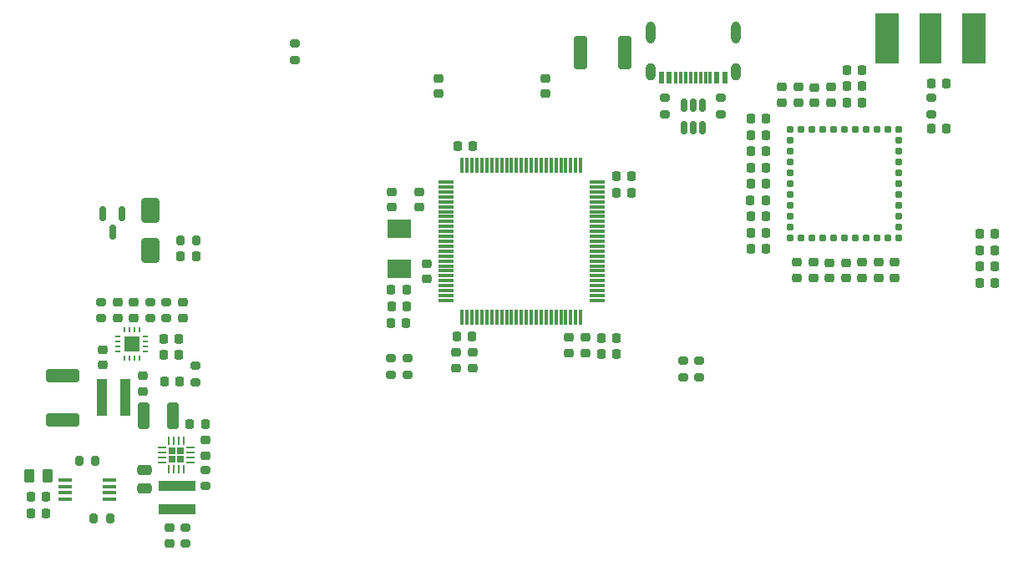
<source format=gbr>
%TF.GenerationSoftware,KiCad,Pcbnew,8.0.7*%
%TF.CreationDate,2025-03-30T10:37:29-04:00*%
%TF.ProjectId,RC-Car-Controller,52432d43-6172-42d4-936f-6e74726f6c6c,rev?*%
%TF.SameCoordinates,Original*%
%TF.FileFunction,Paste,Top*%
%TF.FilePolarity,Positive*%
%FSLAX46Y46*%
G04 Gerber Fmt 4.6, Leading zero omitted, Abs format (unit mm)*
G04 Created by KiCad (PCBNEW 8.0.7) date 2025-03-30 10:37:29*
%MOMM*%
%LPD*%
G01*
G04 APERTURE LIST*
G04 Aperture macros list*
%AMRoundRect*
0 Rectangle with rounded corners*
0 $1 Rounding radius*
0 $2 $3 $4 $5 $6 $7 $8 $9 X,Y pos of 4 corners*
0 Add a 4 corners polygon primitive as box body*
4,1,4,$2,$3,$4,$5,$6,$7,$8,$9,$2,$3,0*
0 Add four circle primitives for the rounded corners*
1,1,$1+$1,$2,$3*
1,1,$1+$1,$4,$5*
1,1,$1+$1,$6,$7*
1,1,$1+$1,$8,$9*
0 Add four rect primitives between the rounded corners*
20,1,$1+$1,$2,$3,$4,$5,0*
20,1,$1+$1,$4,$5,$6,$7,0*
20,1,$1+$1,$6,$7,$8,$9,0*
20,1,$1+$1,$8,$9,$2,$3,0*%
G04 Aperture macros list end*
%ADD10C,0.000000*%
%ADD11RoundRect,0.225000X0.225000X0.250000X-0.225000X0.250000X-0.225000X-0.250000X0.225000X-0.250000X0*%
%ADD12RoundRect,0.200000X0.275000X-0.200000X0.275000X0.200000X-0.275000X0.200000X-0.275000X-0.200000X0*%
%ADD13RoundRect,0.200000X-0.275000X0.200000X-0.275000X-0.200000X0.275000X-0.200000X0.275000X0.200000X0*%
%ADD14R,1.384300X0.457200*%
%ADD15RoundRect,0.225000X0.250000X-0.225000X0.250000X0.225000X-0.250000X0.225000X-0.250000X-0.225000X0*%
%ADD16RoundRect,0.225000X-0.225000X-0.250000X0.225000X-0.250000X0.225000X0.250000X-0.225000X0.250000X0*%
%ADD17RoundRect,0.218750X-0.256250X0.218750X-0.256250X-0.218750X0.256250X-0.218750X0.256250X0.218750X0*%
%ADD18RoundRect,0.075000X-0.725000X-0.075000X0.725000X-0.075000X0.725000X0.075000X-0.725000X0.075000X0*%
%ADD19RoundRect,0.075000X-0.075000X-0.725000X0.075000X-0.725000X0.075000X0.725000X-0.075000X0.725000X0*%
%ADD20RoundRect,0.250000X-0.400000X-1.450000X0.400000X-1.450000X0.400000X1.450000X-0.400000X1.450000X0*%
%ADD21R,0.599999X0.240000*%
%ADD22R,0.240000X0.599999*%
%ADD23RoundRect,0.250000X-0.475000X0.250000X-0.475000X-0.250000X0.475000X-0.250000X0.475000X0.250000X0*%
%ADD24RoundRect,0.200000X-0.200000X-0.275000X0.200000X-0.275000X0.200000X0.275000X-0.200000X0.275000X0*%
%ADD25RoundRect,0.225000X-0.250000X0.225000X-0.250000X-0.225000X0.250000X-0.225000X0.250000X0.225000X0*%
%ADD26RoundRect,0.150000X-0.150000X0.512500X-0.150000X-0.512500X0.150000X-0.512500X0.150000X0.512500X0*%
%ADD27RoundRect,0.150000X-0.150000X0.587500X-0.150000X-0.587500X0.150000X-0.587500X0.150000X0.587500X0*%
%ADD28RoundRect,0.182500X0.182500X-0.182500X0.182500X0.182500X-0.182500X0.182500X-0.182500X-0.182500X0*%
%ADD29RoundRect,0.062500X0.062500X-0.350000X0.062500X0.350000X-0.062500X0.350000X-0.062500X-0.350000X0*%
%ADD30RoundRect,0.062500X0.350000X-0.062500X0.350000X0.062500X-0.350000X0.062500X-0.350000X-0.062500X0*%
%ADD31RoundRect,0.175000X-0.175000X0.175000X-0.175000X-0.175000X0.175000X-0.175000X0.175000X0.175000X0*%
%ADD32RoundRect,0.175000X0.175000X0.175000X-0.175000X0.175000X-0.175000X-0.175000X0.175000X-0.175000X0*%
%ADD33RoundRect,0.175000X-0.175000X-0.175000X0.175000X-0.175000X0.175000X0.175000X-0.175000X0.175000X0*%
%ADD34RoundRect,0.175000X0.175000X-0.175000X0.175000X0.175000X-0.175000X0.175000X-0.175000X-0.175000X0*%
%ADD35R,2.290000X5.080000*%
%ADD36R,2.420000X5.080000*%
%ADD37RoundRect,0.250000X1.450000X-0.400000X1.450000X0.400000X-1.450000X0.400000X-1.450000X-0.400000X0*%
%ADD38R,0.980000X3.700000*%
%ADD39RoundRect,0.218750X0.218750X0.256250X-0.218750X0.256250X-0.218750X-0.256250X0.218750X-0.256250X0*%
%ADD40R,3.700000X0.980000*%
%ADD41RoundRect,0.250000X0.262500X0.450000X-0.262500X0.450000X-0.262500X-0.450000X0.262500X-0.450000X0*%
%ADD42R,2.400000X1.900000*%
%ADD43RoundRect,0.250000X-0.325000X-1.100000X0.325000X-1.100000X0.325000X1.100000X-0.325000X1.100000X0*%
%ADD44RoundRect,0.200000X0.200000X0.275000X-0.200000X0.275000X-0.200000X-0.275000X0.200000X-0.275000X0*%
%ADD45RoundRect,0.250000X0.650000X-1.000000X0.650000X1.000000X-0.650000X1.000000X-0.650000X-1.000000X0*%
%ADD46O,0.990600X2.209800*%
%ADD47O,0.990600X1.803400*%
%ADD48R,0.609600X1.143000*%
%ADD49R,0.304800X1.143000*%
G04 APERTURE END LIST*
D10*
%TO.C,U2*%
G36*
X111354573Y-75679894D02*
G01*
X111363298Y-75682541D01*
X111371337Y-75686836D01*
X111378383Y-75692619D01*
X111384167Y-75699665D01*
X111388462Y-75707704D01*
X111391109Y-75716429D01*
X111392003Y-75725500D01*
X111392003Y-77182499D01*
X111391109Y-77191570D01*
X111388462Y-77200295D01*
X111384167Y-77208334D01*
X111378383Y-77215380D01*
X111371337Y-77221163D01*
X111363298Y-77225458D01*
X111354573Y-77228105D01*
X111345503Y-77228999D01*
X109888503Y-77228999D01*
X109879433Y-77228105D01*
X109870708Y-77225458D01*
X109862669Y-77221163D01*
X109855623Y-77215380D01*
X109849839Y-77208334D01*
X109845544Y-77200295D01*
X109842897Y-77191570D01*
X109842003Y-77182499D01*
X109842003Y-75725500D01*
X109842897Y-75716429D01*
X109845544Y-75707704D01*
X109849839Y-75699665D01*
X109855623Y-75692619D01*
X109862669Y-75686836D01*
X109870708Y-75682541D01*
X109879433Y-75679894D01*
X109888503Y-75679000D01*
X111345503Y-75679000D01*
X111354573Y-75679894D01*
G37*
%TD*%
D11*
%TO.C,C22*%
X145107226Y-75691602D03*
X143557226Y-75691602D03*
%TD*%
D12*
%TO.C,R19*%
X136906000Y-79565000D03*
X136906000Y-77915000D03*
%TD*%
D13*
%TO.C,R9*%
X107524002Y-72200000D03*
X107524002Y-73850000D03*
%TD*%
D14*
%TO.C,U4*%
X108350550Y-92192499D03*
X108350550Y-91542501D03*
X108350550Y-90892499D03*
X108350550Y-90242501D03*
X103867450Y-90242501D03*
X103867450Y-90892499D03*
X103867450Y-91542501D03*
X103867450Y-92192499D03*
%TD*%
D15*
%TO.C,R10*%
X109175002Y-73800000D03*
X109175002Y-72250000D03*
%TD*%
D16*
%TO.C,C18*%
X143624000Y-56388000D03*
X145174000Y-56388000D03*
%TD*%
D17*
%TO.C,D4*%
X115779002Y-72237500D03*
X115779002Y-73812500D03*
%TD*%
D11*
%TO.C,R35*%
X198133000Y-70231000D03*
X196583000Y-70231000D03*
%TD*%
D16*
%TO.C,R16*%
X136893000Y-74295000D03*
X138443000Y-74295000D03*
%TD*%
D11*
%TO.C,R37*%
X198133000Y-66929000D03*
X196583000Y-66929000D03*
%TD*%
D18*
%TO.C,U5*%
X142439000Y-60040000D03*
X142439000Y-60540000D03*
X142439000Y-61040000D03*
X142439000Y-61540000D03*
X142439000Y-62040000D03*
X142439000Y-62540000D03*
X142439000Y-63040000D03*
X142439000Y-63540000D03*
X142439000Y-64040000D03*
X142439000Y-64540000D03*
X142439000Y-65040000D03*
X142439000Y-65540000D03*
X142439000Y-66040000D03*
X142439000Y-66540000D03*
X142439000Y-67040000D03*
X142439000Y-67540000D03*
X142439000Y-68040000D03*
X142439000Y-68540000D03*
X142439000Y-69040000D03*
X142439000Y-69540000D03*
X142439000Y-70040000D03*
X142439000Y-70540000D03*
X142439000Y-71040000D03*
X142439000Y-71540000D03*
X142439000Y-72040000D03*
D19*
X144114000Y-73715000D03*
X144614000Y-73715000D03*
X145114000Y-73715000D03*
X145614000Y-73715000D03*
X146114000Y-73715000D03*
X146614000Y-73715000D03*
X147114000Y-73715000D03*
X147614000Y-73715000D03*
X148114000Y-73715000D03*
X148614000Y-73715000D03*
X149114000Y-73715000D03*
X149614000Y-73715000D03*
X150114000Y-73715000D03*
X150614000Y-73715000D03*
X151114000Y-73715000D03*
X151614000Y-73715000D03*
X152114000Y-73715000D03*
X152614000Y-73715000D03*
X153114000Y-73715000D03*
X153614000Y-73715000D03*
X154114000Y-73715000D03*
X154614000Y-73715000D03*
X155114000Y-73715000D03*
X155614000Y-73715000D03*
X156114000Y-73715000D03*
D18*
X157789000Y-72040000D03*
X157789000Y-71540000D03*
X157789000Y-71040000D03*
X157789000Y-70540000D03*
X157789000Y-70040000D03*
X157789000Y-69540000D03*
X157789000Y-69040000D03*
X157789000Y-68540000D03*
X157789000Y-68040000D03*
X157789000Y-67540000D03*
X157789000Y-67040000D03*
X157789000Y-66540000D03*
X157789000Y-66040000D03*
X157789000Y-65540000D03*
X157789000Y-65040000D03*
X157789000Y-64540000D03*
X157789000Y-64040000D03*
X157789000Y-63540000D03*
X157789000Y-63040000D03*
X157789000Y-62540000D03*
X157789000Y-62040000D03*
X157789000Y-61540000D03*
X157789000Y-61040000D03*
X157789000Y-60540000D03*
X157789000Y-60040000D03*
D19*
X156114000Y-58365000D03*
X155614000Y-58365000D03*
X155114000Y-58365000D03*
X154614000Y-58365000D03*
X154114000Y-58365000D03*
X153614000Y-58365000D03*
X153114000Y-58365000D03*
X152614000Y-58365000D03*
X152114000Y-58365000D03*
X151614000Y-58365000D03*
X151114000Y-58365000D03*
X150614000Y-58365000D03*
X150114000Y-58365000D03*
X149614000Y-58365000D03*
X149114000Y-58365000D03*
X148614000Y-58365000D03*
X148114000Y-58365000D03*
X147614000Y-58365000D03*
X147114000Y-58365000D03*
X146614000Y-58365000D03*
X146114000Y-58365000D03*
X145614000Y-58365000D03*
X145114000Y-58365000D03*
X144614000Y-58365000D03*
X144114000Y-58365000D03*
%TD*%
D20*
%TO.C,F1*%
X156144000Y-46863000D03*
X160594000Y-46863000D03*
%TD*%
D12*
%TO.C,R6*%
X117094000Y-80327000D03*
X117094000Y-78677000D03*
%TD*%
D16*
%TO.C,C10*%
X100381000Y-93630500D03*
X101931000Y-93630500D03*
%TD*%
D15*
%TO.C,R30*%
X176530000Y-51943000D03*
X176530000Y-50393000D03*
%TD*%
D16*
%TO.C,C16*%
X159753000Y-61087000D03*
X161303000Y-61087000D03*
%TD*%
D15*
%TO.C,C6*%
X118110000Y-87757000D03*
X118110000Y-86207000D03*
%TD*%
D21*
%TO.C,U2*%
X112017003Y-77204001D03*
X112017003Y-76704002D03*
X112017003Y-76204000D03*
X112017003Y-75704001D03*
D22*
X111367001Y-75054000D03*
X110867003Y-75054000D03*
X110367001Y-75054000D03*
X109867002Y-75054000D03*
D21*
X109217003Y-75704001D03*
X109217003Y-76204000D03*
X109217003Y-76704002D03*
X109217003Y-77204001D03*
D22*
X109867002Y-77853999D03*
X110367001Y-77853999D03*
X110867003Y-77853999D03*
X111367001Y-77853999D03*
%TD*%
D23*
%TO.C,C8*%
X111887000Y-89220000D03*
X111887000Y-91120000D03*
%TD*%
D12*
%TO.C,R4*%
X170307000Y-53149000D03*
X170307000Y-51499000D03*
%TD*%
D24*
%TO.C,R14*%
X105284000Y-88296500D03*
X106934000Y-88296500D03*
%TD*%
D11*
%TO.C,R39*%
X198133000Y-68580000D03*
X196583000Y-68580000D03*
%TD*%
D25*
%TO.C,R43*%
X181356000Y-68199000D03*
X181356000Y-69749000D03*
%TD*%
%TO.C,R28*%
X186309000Y-68186000D03*
X186309000Y-69736000D03*
%TD*%
D13*
%TO.C,R11*%
X118110000Y-89218000D03*
X118110000Y-90868000D03*
%TD*%
D26*
%TO.C,U1*%
X168463000Y-52257500D03*
X167513000Y-52257500D03*
X166563000Y-52257500D03*
X166563000Y-54532500D03*
X167513000Y-54532500D03*
X168463000Y-54532500D03*
%TD*%
D11*
%TO.C,R27*%
X174905000Y-60198000D03*
X173355000Y-60198000D03*
%TD*%
%TO.C,R32*%
X174905000Y-58547000D03*
X173355000Y-58547000D03*
%TD*%
D13*
%TO.C,R2*%
X116078000Y-95060000D03*
X116078000Y-96710000D03*
%TD*%
D27*
%TO.C,Q1*%
X109601000Y-63246000D03*
X107701000Y-63246000D03*
X108651000Y-65121000D03*
%TD*%
D28*
%TO.C,U3*%
X114703500Y-88126800D03*
X115543500Y-88126800D03*
X114703500Y-87286800D03*
X115543500Y-87286800D03*
D29*
X114373500Y-89169300D03*
X114873500Y-89169300D03*
X115373500Y-89169300D03*
X115873500Y-89169300D03*
D30*
X116586000Y-88456800D03*
X116586000Y-87956800D03*
X116586000Y-87456800D03*
X116586000Y-86956800D03*
D29*
X115873500Y-86244300D03*
X115373500Y-86244300D03*
X114873500Y-86244300D03*
X114373500Y-86244300D03*
D30*
X113661000Y-86956800D03*
X113661000Y-87456800D03*
X113661000Y-87956800D03*
X113661000Y-88456800D03*
%TD*%
D11*
%TO.C,C31*%
X159766000Y-77470000D03*
X158216000Y-77470000D03*
%TD*%
D25*
%TO.C,C15*%
X154940000Y-75806000D03*
X154940000Y-77356000D03*
%TD*%
D15*
%TO.C,R29*%
X181483000Y-51956000D03*
X181483000Y-50406000D03*
%TD*%
D31*
%TO.C,U6*%
X188341000Y-54698000D03*
D32*
X187241000Y-54698000D03*
X186141000Y-54698000D03*
X185041000Y-54698000D03*
X183941000Y-54698000D03*
X182841000Y-54698000D03*
X181741000Y-54698000D03*
D31*
X180641000Y-54698000D03*
X179541000Y-54698000D03*
X178441000Y-54698000D03*
X177341000Y-54698000D03*
X177341000Y-55798000D03*
X177341000Y-56898000D03*
X177341000Y-57998000D03*
X177341000Y-59098000D03*
X177341000Y-60198000D03*
X177341000Y-61298000D03*
D33*
X177341000Y-62398000D03*
X177341000Y-63498000D03*
X177341000Y-64598000D03*
X177341000Y-65698000D03*
X178441000Y-65698000D03*
X179541000Y-65698000D03*
X180641000Y-65698000D03*
X181741000Y-65698000D03*
X182841000Y-65698000D03*
X183941000Y-65698000D03*
D34*
X185041000Y-65698000D03*
X186141000Y-65698000D03*
X187241000Y-65698000D03*
X188341000Y-65698000D03*
X188341000Y-64598000D03*
X188341000Y-63498000D03*
X188341000Y-62398000D03*
X188341000Y-61298000D03*
X188341000Y-60198000D03*
X188341000Y-59098000D03*
D32*
X188341000Y-57998000D03*
X188341000Y-56898000D03*
X188341000Y-55798000D03*
%TD*%
D11*
%TO.C,R26*%
X174905000Y-56896000D03*
X173355000Y-56896000D03*
%TD*%
D12*
%TO.C,R5*%
X164655000Y-53149000D03*
X164655000Y-51499000D03*
%TD*%
D15*
%TO.C,C20*%
X139755000Y-62608000D03*
X139755000Y-61058000D03*
%TD*%
D11*
%TO.C,R36*%
X198133000Y-65278000D03*
X196583000Y-65278000D03*
%TD*%
D25*
%TO.C,R17*%
X141732000Y-49517000D03*
X141732000Y-51067000D03*
%TD*%
D11*
%TO.C,R40*%
X174892000Y-66802000D03*
X173342000Y-66802000D03*
%TD*%
D16*
%TO.C,C17*%
X159753000Y-59436000D03*
X161303000Y-59436000D03*
%TD*%
D11*
%TO.C,C11*%
X101931000Y-91979500D03*
X100381000Y-91979500D03*
%TD*%
D25*
%TO.C,C19*%
X156591000Y-75806000D03*
X156591000Y-77356000D03*
%TD*%
D24*
%TO.C,R13*%
X106744000Y-94107000D03*
X108394000Y-94107000D03*
%TD*%
D11*
%TO.C,C14*%
X138464000Y-70974000D03*
X136914000Y-70974000D03*
%TD*%
%TO.C,C2*%
X115456000Y-80264000D03*
X113906000Y-80264000D03*
%TD*%
%TO.C,R25*%
X174905000Y-53594000D03*
X173355000Y-53594000D03*
%TD*%
D25*
%TO.C,R44*%
X179705000Y-68186000D03*
X179705000Y-69736000D03*
%TD*%
D13*
%TO.C,R7*%
X112477002Y-72200000D03*
X112477002Y-73850000D03*
%TD*%
D11*
%TO.C,C23*%
X174879000Y-61849000D03*
X173329000Y-61849000D03*
%TD*%
D17*
%TO.C,D2*%
X114427000Y-95097500D03*
X114427000Y-96672500D03*
%TD*%
D12*
%TO.C,R22*%
X168148000Y-79819000D03*
X168148000Y-78169000D03*
%TD*%
D16*
%TO.C,C26*%
X191630000Y-54610000D03*
X193180000Y-54610000D03*
%TD*%
D35*
%TO.C,J5*%
X191578000Y-45466000D03*
D36*
X195958000Y-45466000D03*
X187198000Y-45466000D03*
%TD*%
D16*
%TO.C,C1*%
X113861002Y-77551998D03*
X115411002Y-77551998D03*
%TD*%
D37*
%TO.C,F2*%
X103632000Y-84140000D03*
X103632000Y-79690000D03*
%TD*%
D12*
%TO.C,R3*%
X127127000Y-47625000D03*
X127127000Y-45975000D03*
%TD*%
D38*
%TO.C,L2*%
X109937002Y-81869998D03*
X107567002Y-81869998D03*
%TD*%
D15*
%TO.C,R23*%
X179832000Y-51969000D03*
X179832000Y-50419000D03*
%TD*%
D39*
%TO.C,D1*%
X117119500Y-67564000D03*
X115544500Y-67564000D03*
%TD*%
D13*
%TO.C,R38*%
X191643000Y-51499000D03*
X191643000Y-53149000D03*
%TD*%
D16*
%TO.C,C28*%
X191630000Y-50038000D03*
X193180000Y-50038000D03*
%TD*%
D11*
%TO.C,R31*%
X174905000Y-55245000D03*
X173355000Y-55245000D03*
%TD*%
D13*
%TO.C,R8*%
X114128002Y-72200000D03*
X114128002Y-73850000D03*
%TD*%
D11*
%TO.C,C3*%
X115411002Y-75946000D03*
X113861002Y-75946000D03*
%TD*%
D15*
%TO.C,C9*%
X107651002Y-78580998D03*
X107651002Y-77030998D03*
%TD*%
D25*
%TO.C,R12*%
X110826002Y-72250000D03*
X110826002Y-73800000D03*
%TD*%
D11*
%TO.C,C27*%
X184671000Y-51943000D03*
X183121000Y-51943000D03*
%TD*%
%TO.C,C24*%
X174892000Y-63500000D03*
X173342000Y-63500000D03*
%TD*%
%TO.C,R47*%
X159766000Y-75819000D03*
X158216000Y-75819000D03*
%TD*%
D40*
%TO.C,L1*%
X115189000Y-90805000D03*
X115189000Y-93175000D03*
%TD*%
D11*
%TO.C,R41*%
X174892000Y-65151000D03*
X173342000Y-65151000D03*
%TD*%
D25*
%TO.C,R33*%
X187960000Y-68186000D03*
X187960000Y-69736000D03*
%TD*%
D11*
%TO.C,C5*%
X118069900Y-84582000D03*
X116519900Y-84582000D03*
%TD*%
D15*
%TO.C,R46*%
X145161000Y-78880000D03*
X145161000Y-77330000D03*
%TD*%
D12*
%TO.C,R20*%
X138557000Y-79565000D03*
X138557000Y-77915000D03*
%TD*%
D11*
%TO.C,C13*%
X138477000Y-72625000D03*
X136927000Y-72625000D03*
%TD*%
%TO.C,C29*%
X184671000Y-50292000D03*
X183121000Y-50292000D03*
%TD*%
D25*
%TO.C,R34*%
X184658000Y-68186000D03*
X184658000Y-69736000D03*
%TD*%
D41*
%TO.C,R15*%
X102068500Y-89820500D03*
X100243500Y-89820500D03*
%TD*%
D42*
%TO.C,Y1*%
X137702000Y-68833000D03*
X137702000Y-64733000D03*
%TD*%
D25*
%TO.C,C25*%
X178054000Y-68186000D03*
X178054000Y-69736000D03*
%TD*%
%TO.C,R18*%
X152527000Y-49504000D03*
X152527000Y-51054000D03*
%TD*%
D12*
%TO.C,R21*%
X166527000Y-79819000D03*
X166527000Y-78169000D03*
%TD*%
D15*
%TO.C,C12*%
X136961000Y-62592000D03*
X136961000Y-61042000D03*
%TD*%
D43*
%TO.C,C4*%
X111858000Y-83769200D03*
X114808000Y-83769200D03*
%TD*%
D15*
%TO.C,C21*%
X140517000Y-69847000D03*
X140517000Y-68297000D03*
%TD*%
D44*
%TO.C,R1*%
X117157000Y-65913000D03*
X115507000Y-65913000D03*
%TD*%
D15*
%TO.C,C7*%
X111715002Y-81260998D03*
X111715002Y-79710998D03*
%TD*%
%TO.C,C30*%
X143510000Y-78867000D03*
X143510000Y-77317000D03*
%TD*%
%TO.C,R24*%
X178181000Y-51956000D03*
X178181000Y-50406000D03*
%TD*%
D45*
%TO.C,D5*%
X112522000Y-66929000D03*
X112522000Y-62929000D03*
%TD*%
D16*
%TO.C,FB1*%
X183121000Y-48641000D03*
X184671000Y-48641000D03*
%TD*%
D25*
%TO.C,R42*%
X183007000Y-68199000D03*
X183007000Y-69749000D03*
%TD*%
D46*
%TO.C,J2*%
X171833000Y-44829199D03*
X163193000Y-44829199D03*
D47*
X171833000Y-48829200D03*
X163193000Y-48829200D03*
D48*
X170713001Y-49404199D03*
X169913000Y-49404199D03*
D49*
X168763000Y-49404199D03*
X167763000Y-49404199D03*
X167263000Y-49404199D03*
X166263000Y-49404199D03*
D48*
X164313001Y-49404199D03*
X165113000Y-49404199D03*
D49*
X165762940Y-49404199D03*
X166762941Y-49404199D03*
X168262940Y-49404199D03*
X169262941Y-49404199D03*
%TD*%
M02*

</source>
